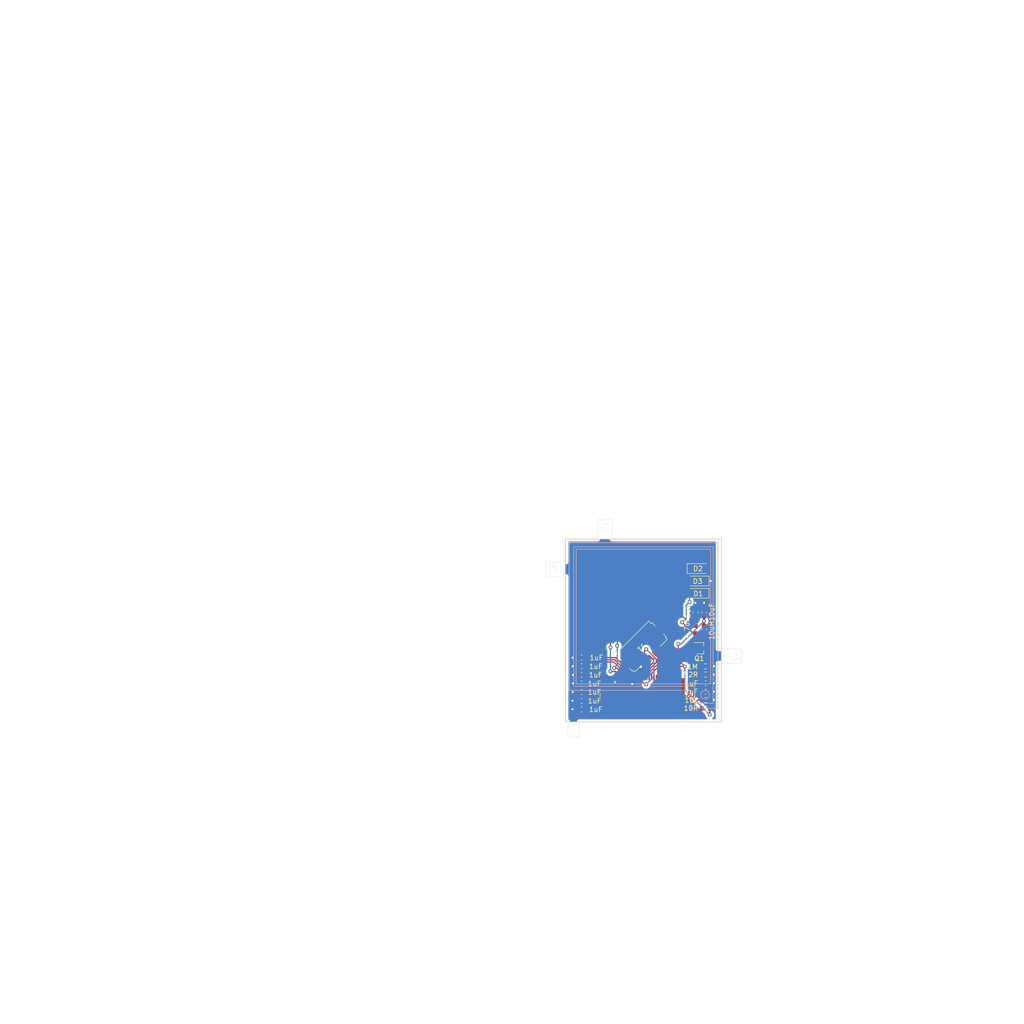
<source format=kicad_pcb>
(kicad_pcb (version 20210925) (generator pcbnew)
  (layers (0 "F.Cu" signal) (31 "B.Cu" signal) (34 "B.Paste" user) (35 "F.Paste" user) (36 "B.SilkS" user "B.Silkscreen") (37 "F.SilkS" user "F.Silkscreen") (38 "B.Mask" user) (39 "F.Mask" user) (44 "Edge.Cuts" user))
  (net 0 "")
  (net 1 "+3V3")
  (net 2 "GND")
  (net 3 "Net-(C3-Pad1)")
  (net 4 "Net-(C3-Pad2)")
  (net 5 "Net-(C4-Pad1)")
  (net 6 "Net-(C5-Pad1)")
  (net 7 "Net-(C7-Pad1)")
  (net 8 "Net-(C8-Pad2)")
  (net 9 "Net-(C9-Pad1)")
  (net 10 "Net-(C10-Pad1)")
  (net 11 "Net-(C11-Pad2)")
  (net 12 "Net-(C12-Pad2)")
  (net 14 "/BUSY")
  (net 15 "/RESET")
  (net 16 "/D{slash}C")
  (net 17 "/CS")
  (net 18 "/SCLK")
  (net 19 "/MOSI")
  (net 21 "/RESE")
  (net 22 "Net-(C6-Pad2)")
  (net 23 "Net-(J2-Pad10)")
  (net 24 "Net-(J2-Pad17)")
  (net 25 "Net-(J2-Pad23)")
  (footprint "Capacitor_SMD:C_0603_1608Metric" (layer "F.Cu") (at 101.048796 91.434736 90)
    (fp_text reference "C1" hide)
    (fp_text value "1uF" (at 0.233002 -1.554 90) (layer "F.SilkS"))
    (fp_line (start -0.14058 0.51) (end 0.14058 0.51) (layer "F.SilkS") (width 0.12))
    (fp_line (start -0.14058 -0.51) (end 0.14058 -0.51) (layer "F.SilkS") (width 0.12))
    (pad "1" smd roundrect locked (at -0.775 0 90) (size 0.9 0.95) (layers "F.Cu" "F.Paste" "F.Mask") (net 1 "+3V3"))
    (pad "2" smd roundrect locked (at 0.775 0 90) (size 0.9 0.95) (layers "F.Cu" "F.Paste" "F.Mask") (net 2 "GND"))
  )
  (footprint "Resistor_SMD:R_0603_1608Metric" (layer "F.Cu") (at 103.174047 109.401734 180)
    (fp_text reference "R3" hide)
    (fp_text value "10k" (at 2.968 -0.05) (layer "F.SilkS"))
    (fp_line (start -0.237258 0.5225) (end 0.237258 0.5225) (layer "F.SilkS") (width 0.12))
    (fp_line (start -0.237258 -0.5225) (end 0.237258 -0.5225) (layer "F.SilkS") (width 0.12))
    (pad "1" smd roundrect locked (at -0.825 0 180) (size 0.8 0.95) (layers "F.Cu" "F.Paste" "F.Mask") (net 2 "GND"))
    (pad "2" smd roundrect locked (at 0.825 0 180) (size 0.8 0.95) (layers "F.Cu" "F.Paste" "F.Mask") (net 24 "Net-(J2-Pad17)"))
  )
  (footprint "Capacitor_SMD:C_0603_1608Metric" (layer "F.Cu") (at 103.174047 105.951733 180)
    (fp_text reference "C8" hide)
    (fp_text value "1uF" (at 2.943 -0.019) (layer "F.SilkS"))
    (fp_line (start -0.14058 -0.51) (end 0.14058 -0.51) (layer "F.SilkS") (width 0.12))
    (fp_line (start -0.14058 0.51) (end 0.14058 0.51) (layer "F.SilkS") (width 0.12))
    (pad "1" smd roundrect locked (at -0.775 0 180) (size 0.9 0.95) (layers "F.Cu" "F.Paste" "F.Mask") (net 2 "GND"))
    (pad "2" smd roundrect locked (at 0.775 0 180) (size 0.9 0.95) (layers "F.Cu" "F.Paste" "F.Mask") (net 8 "Net-(C8-Pad2)"))
  )
  (footprint "Diode_SMD:D_SOD-123" (layer "F.Cu") (at 101.604048 84.961735 180)
    (fp_text reference "D1" (at -0.025 -2.61) (layer "F.SilkS"))
    (fp_text value "MBR0530")
    (fp_line (start -2.25 -1) (end -2.25 1) (layer "F.SilkS") (width 0.12))
    (fp_line (start -2.25 1) (end 1.65 1) (layer "F.SilkS") (width 0.12))
    (fp_line (start -2.25 -1) (end 1.65 -1) (layer "F.SilkS") (width 0.12))
    (pad "1" smd rect locked (at -1.65 0 180) (size 0.9 1.2) (layers "F.Cu" "F.Paste" "F.Mask") (net 2 "GND"))
    (pad "2" smd rect locked (at 1.65 0 180) (size 0.9 1.2) (layers "F.Cu" "F.Paste" "F.Mask") (net 3 "Net-(C3-Pad1)"))
  )
  (footprint "Capacitor_SMD:C_0603_1608Metric" (layer "F.Cu") (at 77.714047 111.331733 180)
    (fp_text reference "C5" hide)
    (fp_text value "1uF" (at -2.89 0) (layer "F.SilkS"))
    (fp_line (start -0.14058 -0.51) (end 0.14058 -0.51) (layer "F.SilkS") (width 0.12))
    (fp_line (start -0.14058 0.51) (end 0.14058 0.51) (layer "F.SilkS") (width 0.12))
    (pad "1" smd roundrect locked (at -0.775 0 180) (size 0.9 0.95) (layers "F.Cu" "F.Paste" "F.Mask") (net 6 "Net-(C5-Pad1)"))
    (pad "2" smd roundrect locked (at 0.775 0 180) (size 0.9 0.95) (layers "F.Cu" "F.Paste" "F.Mask") (net 2 "GND"))
  )
  (footprint "Capacitor_SMD:C_0603_1608Metric" (layer "F.Cu") (at 77.714046 109.55673 180)
    (fp_text reference "C7" hide)
    (fp_text value "1uF" (at -2.65 -0.025003) (layer "F.SilkS"))
    (fp_line (start -0.14058 0.51) (end 0.14058 0.51) (layer "F.SilkS") (width 0.12))
    (fp_line (start -0.14058 -0.51) (end 0.14058 -0.51) (layer "F.SilkS") (width 0.12))
    (pad "1" smd roundrect locked (at -0.775 0 180) (size 0.9 0.95) (layers "F.Cu" "F.Paste" "F.Mask") (net 7 "Net-(C7-Pad1)"))
    (pad "2" smd roundrect locked (at 0.775 0 180) (size 0.9 0.95) (layers "F.Cu" "F.Paste" "F.Mask") (net 2 "GND"))
  )
  (footprint "Capacitor_SMD:C_0603_1608Metric" (layer "F.Cu") (at 102.826797 91.434735 90)
    (fp_text reference "C2" hide)
    (fp_text value "10uF" (at 0.083001 1.59725 90) (layer "F.SilkS"))
    (fp_line (start -0.14058 -0.51) (end 0.14058 -0.51) (layer "F.SilkS") (width 0.12))
    (fp_line (start -0.14058 0.51) (end 0.14058 0.51) (layer "F.SilkS") (width 0.12))
    (pad "1" smd roundrect locked (at -0.775 0 90) (size 0.9 0.95) (layers "F.Cu" "F.Paste" "F.Mask") (net 1 "+3V3"))
    (pad "2" smd roundrect locked (at 0.775 0 90) (size 0.9 0.95) (layers "F.Cu" "F.Paste" "F.Mask") (net 2 "GND"))
  )
  (footprint "weteor:FCC 1x10 - JUSHUO AFC01-S10FCA-00" (layer "F.Cu") (at 92.07449 100.445682 -135)
    (fp_text reference "J1" (at 0.27 2.75 -135 unlocked) (layer "F.SilkS"))
    (fp_text value "Conn_01x10_Female" hide)
    (fp_line (start -2.75 0.2) (end -4.7 0.2) (layer "F.SilkS") (width 0.12))
    (fp_line (start 4.7 0.2) (end 2.75 0.2) (layer "F.SilkS") (width 0.12))
    (fp_line (start -4.7 0.2) (end -4.7 0.65) (layer "F.SilkS") (width 0.12))
    (fp_line (start -4.7 4.85) (end -4.95 4.85) (layer "F.SilkS") (width 0.12))
    (fp_line (start 4.95 4.85) (end 4.95 3.85) (layer "F.SilkS") (width 0.12))
    (fp_line (start 4.95 1.5) (end 4.95 0.65) (layer "F.SilkS") (width 0.12))
    (fp_line (start 4.7 0.65) (end 4.7 0.2) (layer "F.SilkS") (width 0.12))
    (fp_line (start 4.7 4.85) (end 4.7 5.55) (layer "F.SilkS") (width 0.12))
    (fp_line (start -4.95 3.85) (end -4.95 4.85) (layer "F.SilkS") (width 0.12))
    (fp_line (start -4.7 0.65) (end -4.95 0.65) (layer "F.SilkS") (width 0.12))
    (fp_line (start 4.95 0.65) (end 4.7 0.65) (layer "F.SilkS") (width 0.12))
    (fp_line (start -4.7 5.55) (end 4.7 5.55) (layer "F.SilkS") (width 0.12))
    (fp_line (start -4.95 0.65) (end -4.95 1.5) (layer "F.SilkS") (width 0.12))
    (fp_line (start -4.7 4.85) (end -4.7 5.55) (layer "F.SilkS") (width 0.12))
    (fp_line (start 4.95 4.85) (end 4.7 4.85) (layer "F.SilkS") (width 0.12))
    (pad "1" smd rect (at -2.25 0 225) (size 0.3 1.3) (layers "F.Cu" "F.Paste" "F.Mask") (net 1 "+3V3"))
    (pad "2" smd rect (at -1.75 0 225) (size 0.3 1.3) (layers "F.Cu" "F.Paste" "F.Mask"))
    (pad "3" smd rect (at -1.25 0 225) (size 0.3 1.3) (layers "F.Cu" "F.Paste" "F.Mask") (net 14 "/BUSY"))
    (pad "4" smd rect (at -0.75 -0.015847 225) (size 0.3 1.3) (layers "F.Cu" "F.Paste" "F.Mask") (net 15 "/RESET"))
    (pad "5" smd rect (at -0.25 0 225) (size 0.3 1.3) (layers "F.Cu" "F.Paste" "F.Mask") (net 16 "/D{slash}C"))
    (pad "6" smd rect (at 0.25 0 225) (size 0.3 1.3) (layers "F.Cu" "F.Paste" "F.Mask") (net 17 "/CS"))
    (pad "7" smd rect (at 0.75 0 225) (size 0.3 1.3) (layers "F.Cu" "F.Paste" "F.Mask") (net 18 "/SCLK"))
    (pad "8" smd rect (at 1.25 0 225) (size 0.3 1.3) (layers "F.Cu" "F.Paste" "F.Mask") (net 19 "/MOSI"))
    (pad "9" smd rect (at 1.75 0 225) (size 0.3 1.3) (layers "F.Cu" "F.Paste" "F.Mask"))
    (pad "10" smd rect (at 2.25 0 225) (size 0.3 1.3) (layers "F.Cu" "F.Paste" "F.Mask") (net 2 "GND"))
    (pad "MP" smd rect (at 3.95 2.68 225) (size 2 1.6) (layers "F.Cu" "F.Paste" "F.Mask"))
    (pad "MP" smd rect (at -3.95 2.68 225) (size 2 1.6) (layers "F.Cu" "F.Paste" "F.Mask"))
  )
  (footprint "Connector_FFC-FPC:TE_2-1734839-4_1x24-1MP_P0.5mm_Horizontal" (layer "F.Cu") (at 90.314047 106.126734)
    (fp_text reference "J2" hide)
    (fp_text value "Conn_01x24_Female" hide)
    (fp_line (start 8.825 2.04) (end 8.825 2.64) (layer "F.SilkS") (width 0.12))
    (fp_line (start -8.825 2.04) (end -8.825 2.64) (layer "F.SilkS") (width 0.12))
    (fp_line (start -8.715 2.04) (end -8.825 2.04) (layer "F.SilkS") (width 0.12))
    (fp_line (start -5.75 -0.15) (end -5.55 -0.55) (layer "F.SilkS") (width 0.12))
    (fp_line (start -5.95 -0.55) (end -5.75 -0.15) (layer "F.SilkS") (width 0.12))
    (fp_line (start 8.715 2.04) (end 8.825 2.04) (layer "F.SilkS") (width 0.12))
    (fp_line (start -5.55 -0.55) (end -5.95 -0.55) (layer "F.SilkS") (width 0.12))
    (pad "1" smd rect locked (at -5.75 -1.35) (size 0.3 1.1) (layers "F.Cu" "F.Paste" "F.Mask") (net 10 "Net-(C10-Pad1)"))
    (pad "2" smd rect locked (at -5.25 -1.35) (size 0.3 1.1) (layers "F.Cu" "F.Paste" "F.Mask") (net 9 "Net-(C9-Pad1)"))
    (pad "3" smd rect locked (at -4.75 -1.35) (size 0.3 1.1) (layers "F.Cu" "F.Paste" "F.Mask") (net 7 "Net-(C7-Pad1)"))
    (pad "4" smd rect locked (at -4.25 -1.35) (size 0.3 1.1) (layers "F.Cu" "F.Paste" "F.Mask") (net 6 "Net-(C5-Pad1)"))
    (pad "5" smd rect locked (at -3.75 -1.35) (size 0.3 1.1) (layers "F.Cu" "F.Paste" "F.Mask") (net 5 "Net-(C4-Pad1)"))
    (pad "6" smd rect locked (at -3.25 -1.35) (size 0.3 1.1) (layers "F.Cu" "F.Paste" "F.Mask") (net 12 "Net-(C12-Pad2)"))
    (pad "7" smd rect locked (at -2.75 -1.35) (size 0.3 1.1) (layers "F.Cu" "F.Paste" "F.Mask") (net 11 "Net-(C11-Pad2)"))
    (pad "8" smd rect locked (at -2.25 -1.35) (size 0.3 1.1) (layers "F.Cu" "F.Paste" "F.Mask") (net 2 "GND"))
    (pad "9" smd rect locked (at -1.75 -1.35) (size 0.3 1.1) (layers "F.Cu" "F.Paste" "F.Mask") (net 23 "Net-(J2-Pad10)"))
    (pad "10" smd rect locked (at -1.25 -1.35) (size 0.3 1.1) (layers "F.Cu" "F.Paste" "F.Mask") (net 23 "Net-(J2-Pad10)"))
    (pad "11" smd rect locked (at -0.75 -1.35) (size 0.3 1.1) (layers "F.Cu" "F.Paste" "F.Mask") (net 19 "/MOSI"))
    (pad "12" smd rect locked (at -0.25 -1.35) (size 0.3 1.1) (layers "F.Cu" "F.Paste" "F.Mask") (net 18 "/SCLK"))
    (pad "13" smd rect locked (at 0.25 -1.35) (size 0.3 1.1) (layers "F.Cu" "F.Paste" "F.Mask") (net 17 "/CS"))
    (pad "14" smd rect locked (at 0.75 -1.35) (size 0.3 1.1) (layers "F.Cu" "F.Paste" "F.Mask") (net 16 "/D{slash}C"))
    (pad "15" smd rect locked (at 1.25 -1.35) (size 0.3 1.1) (layers "F.Cu" "F.Paste" "F.Mask") (net 15 "/RESET"))
    (pad "16" smd rect locked (at 1.75 -1.35) (size 0.3 1.1) (layers "F.Cu" "F.Paste" "F.Mask") (net 14 "/BUSY"))
    (pad "17" smd rect locked (at 2.25 -1.35) (size 0.3 1.1) (layers "F.Cu" "F.Paste" "F.Mask") (net 24 "Net-(J2-Pad17)"))
    (pad "18" smd rect locked (at 2.75 -1.35) (size 0.3 1.1) (layers "F.Cu" "F.Paste" "F.Mask"))
    (pad "19" smd rect locked (at 3.25 -1.35) (size 0.3 1.1) (layers "F.Cu" "F.Paste" "F.Mask"))
    (pad "20" smd rect locked (at 3.75 -1.35) (size 0.3 1.1) (layers "F.Cu" "F.Paste" "F.Mask") (net 22 "Net-(C6-Pad2)"))
    (pad "21" smd rect locked (at 4.25 -1.35) (size 0.3 1.1) (layers "F.Cu" "F.Paste" "F.Mask") (net 8 "Net-(C8-Pad2)"))
    (pad "22" smd rect locked (at 4.75 -1.35) (size 0.3 1.1) (layers "F.Cu" "F.Paste" "F.Mask") (net 21 "/RESE"))
    (pad "23" smd rect locked (at 5.25 -1.35) (size 0.3 1.1) (layers "F.Cu" "F.Paste" "F.Mask") (net 25 "Net-(J2-Pad23)"))
    (pad "24" smd rect locked (at 5.75 -1.35) (size 0.3 1.1) (layers "F.Cu" "F.Paste" "F.Mask"))
    (pad "MP" smd rect locked (at 7.42 0.35) (size 2.3 3.1) (layers "F.Cu" "F.Paste" "F.Mask"))
    (pad "MP" smd rect locked (at -7.42 0.35) (size 2.3 3.1) (layers "F.Cu" "F.Paste" "F.Mask"))
  )
  (footprint "Inductor_SMD:L_0603_1608Metric" (layer "F.Cu") (at 102.826797 94.927735 -90)
    (fp_text reference "L1" hide)
    (fp_text value "10uH" (at 0.203999 -1.57725 90) (layer "F.SilkS"))
    (fp_line (start -0.162779 -0.51) (end 0.162779 -0.51) (layer "F.SilkS") (width 0.12))
    (fp_line (start -0.162779 0.51) (end 0.162779 0.51) (layer "F.SilkS") (width 0.12))
    (pad "1" smd roundrect locked (at -0.7875 0 270) (size 0.875 0.95) (layers "F.Cu" "F.Paste" "F.Mask") (net 1 "+3V3"))
    (pad "2" smd roundrect locked (at 0.7875 0 270) (size 0.875 0.95) (layers "F.Cu" "F.Paste" "F.Mask") (net 4 "Net-(C3-Pad2)"))
  )
  (footprint "Capacitor_SMD:C_0603_1608Metric" (layer "F.Cu") (at 77.714046 102.456726)
    (fp_text reference "C12" hide)
    (fp_text value "1uF" (at 2.89 0.045007) (layer "F.SilkS"))
    (fp_line (start -0.14058 0.51) (end 0.14058 0.51) (layer "F.SilkS") (width 0.12))
    (fp_line (start -0.14058 -0.51) (end 0.14058 -0.51) (layer "F.SilkS") (width 0.12))
    (pad "1" smd roundrect locked (at -0.775 0) (size 0.9 0.95) (layers "F.Cu" "F.Paste" "F.Mask") (net 2 "GND"))
    (pad "2" smd roundrect locked (at 0.775 0) (size 0.9 0.95) (layers "F.Cu" "F.Paste" "F.Mask") (net 12 "Net-(C12-Pad2)"))
  )
  (footprint "Resistor_SMD:R_0603_1608Metric" (layer "F.Cu") (at 103.124047 102.481733 180)
    (fp_text reference "R2" hide)
    (fp_text value "1M" (at 2.64 -0.08) (layer "F.SilkS"))
    (fp_line (start -0.237258 0.5225) (end 0.237258 0.5225) (layer "F.SilkS") (width 0.12))
    (fp_line (start -0.237258 -0.5225) (end 0.237258 -0.5225) (layer "F.SilkS") (width 0.12))
    (pad "1" smd roundrect locked (at -0.825 0 180) (size 0.8 0.95) (layers "F.Cu" "F.Paste" "F.Mask") (net 2 "GND"))
    (pad "2" smd roundrect locked (at 0.825 0 180) (size 0.8 0.95) (layers "F.Cu" "F.Paste" "F.Mask") (net 25 "Net-(J2-Pad23)"))
  )
  (footprint "Capacitor_SMD:C_0603_1608Metric" (layer "F.Cu") (at 77.714047 107.781729 180)
    (fp_text reference "C9" hide)
    (fp_text value "1uF" (at -2.64 -0.000004) (layer "F.SilkS"))
    (fp_line (start -0.14058 0.51) (end 0.14058 0.51) (layer "F.SilkS") (width 0.12))
    (fp_line (start -0.14058 -0.51) (end 0.14058 -0.51) (layer "F.SilkS") (width 0.12))
    (pad "1" smd roundrect locked (at -0.775 0 180) (size 0.9 0.95) (layers "F.Cu" "F.Paste" "F.Mask") (net 9 "Net-(C9-Pad1)"))
    (pad "2" smd roundrect locked (at 0.775 0 180) (size 0.9 0.95) (layers "F.Cu" "F.Paste" "F.Mask") (net 2 "GND"))
  )
  (footprint "Capacitor_SMD:C_0603_1608Metric" (layer "F.Cu") (at 77.714047 106.006728 180)
    (fp_text reference "C10" hide)
    (fp_text value "1uF" (at -2.64 -0.025005) (layer "F.SilkS"))
    (fp_line (start -0.14058 0.51) (end 0.14058 0.51) (layer "F.SilkS") (width 0.12))
    (fp_line (start -0.14058 -0.51) (end 0.14058 -0.51) (layer "F.SilkS") (width 0.12))
    (pad "1" smd roundrect locked (at -0.775 0 180) (size 0.9 0.95) (layers "F.Cu" "F.Paste" "F.Mask") (net 10 "Net-(C10-Pad1)"))
    (pad "2" smd roundrect locked (at 0.775 0 180) (size 0.9 0.95) (layers "F.Cu" "F.Paste" "F.Mask") (net 2 "GND"))
  )
  (footprint "Resistor_SMD:R_0603_1608Metric" (layer "F.Cu") (at 103.154047 104.161733)
    (fp_text reference "R1" hide)
    (fp_text value "2.2R" (at -3.27 0.02) (layer "F.SilkS"))
    (fp_line (start -0.237258 -0.5225) (end 0.237258 -0.5225) (layer "F.SilkS") (width 0.12))
    (fp_line (start -0.237258 0.5225) (end 0.237258 0.5225) (layer "F.SilkS") (width 0.12))
    (pad "1" smd roundrect locked (at -0.825 0) (size 0.8 0.95) (layers "F.Cu" "F.Paste" "F.Mask") (net 21 "/RESE"))
    (pad "2" smd roundrect locked (at 0.825 0) (size 0.8 0.95) (layers "F.Cu" "F.Paste" "F.Mask") (net 2 "GND"))
  )
  (footprint "Capacitor_SMD:C_0603_1608Metric" (layer "F.Cu") (at 77.714047 104.231728 180)
    (fp_text reference "C4" hide)
    (fp_text value "1uF" (at -2.86 -0.000006) (layer "F.SilkS"))
    (fp_line (start -0.14058 -0.51) (end 0.14058 -0.51) (layer "F.SilkS") (width 0.12))
    (fp_line (start -0.14058 0.51) (end 0.14058 0.51) (layer "F.SilkS") (width 0.12))
    (pad "1" smd roundrect locked (at -0.775 0 180) (size 0.9 0.95) (layers "F.Cu" "F.Paste" "F.Mask") (net 5 "Net-(C4-Pad1)"))
    (pad "2" smd roundrect locked (at 0.775 0 180) (size 0.9 0.95) (layers "F.Cu" "F.Paste" "F.Mask") (net 2 "GND"))
  )
  (footprint "Capacitor_SMD:C_0603_1608Metric" (layer "F.Cu") (at 103.174047 107.701733 180)
    (fp_text reference "C6" hide)
    (fp_text value "1uF" (at 2.968 0.028) (layer "F.SilkS"))
    (fp_line (start -0.14058 -0.51) (end 0.14058 -0.51) (layer "F.SilkS") (width 0.12))
    (fp_line (start -0.14058 0.51) (end 0.14058 0.51) (layer "F.SilkS") (width 0.12))
    (pad "1" smd roundrect locked (at -0.775 0 180) (size 0.9 0.95) (layers "F.Cu" "F.Paste" "F.Mask") (net 2 "GND"))
    (pad "2" smd roundrect locked (at 0.775 0 180) (size 0.9 0.95) (layers "F.Cu" "F.Paste" "F.Mask") (net 22 "Net-(C6-Pad2)"))
  )
  (footprint "Diode_SMD:D_SOD-123" (layer "F.Cu") (at 101.604046 82.421733)
    (fp_text reference "D2" (at -0.025 0.025) (layer "F.SilkS"))
    (fp_text value "MBR0530")
    (fp_line (start -2.25 1) (end 1.65 1) (layer "F.SilkS") (width 0.12))
    (fp_line (start -2.25 -1) (end -2.25 1) (layer "F.SilkS") (width 0.12))
    (fp_line (start -2.25 -1) (end 1.65 -1) (layer "F.SilkS") (width 0.12))
    (pad "1" smd rect locked (at -1.65 0) (size 0.9 1.2) (layers "F.Cu" "F.Paste" "F.Mask") (net 3 "Net-(C3-Pad1)"))
    (pad "2" smd rect locked (at 1.65 0) (size 0.9 1.2) (layers "F.Cu" "F.Paste" "F.Mask") (net 9 "Net-(C9-Pad1)"))
  )
  (footprint "Diode_SMD:D_SOD-123" (layer "F.Cu") (at 101.604046 87.501733 180)
    (fp_text reference "D3" (at 0.09 2.47) (layer "F.SilkS"))
    (fp_text value "MBR0530")
    (fp_line (start -2.25 1) (end 1.65 1) (layer "F.SilkS") (width 0.12))
    (fp_line (start -2.25 -1) (end -2.25 1) (layer "F.SilkS") (width 0.12))
    (fp_line (start -2.25 -1) (end 1.65 -1) (layer "F.SilkS") (width 0.12))
    (pad "1" smd rect locked (at -1.65 0 180) (size 0.9 1.2) (layers "F.Cu" "F.Paste" "F.Mask") (net 6 "Net-(C5-Pad1)"))
    (pad "2" smd rect locked (at 1.65 0 180) (size 0.9 1.2) (layers "F.Cu" "F.Paste" "F.Mask") (net 4 "Net-(C3-Pad2)"))
  )
  (footprint "Resistor_SMD:R_0603_1608Metric" (layer "F.Cu") (at 103.174047 111.131733)
    (fp_text reference "R4" hide)
    (fp_text value "10R" (at -3.04 -0.06) (layer "F.SilkS"))
    (fp_line (start -0.237258 0.5225) (end 0.237258 0.5225) (layer "F.SilkS") (width 0.12))
    (fp_line (start -0.237258 -0.5225) (end 0.237258 -0.5225) (layer "F.SilkS") (width 0.12))
    (pad "1" smd roundrect locked (at -0.825 0) (size 0.8 0.95) (layers "F.Cu" "F.Paste" "F.Mask") (net 23 "Net-(J2-Pad10)"))
    (pad "2" smd roundrect locked (at 0.825 0) (size 0.8 0.95) (layers "F.Cu" "F.Paste" "F.Mask") (net 1 "+3V3"))
  )
  (footprint "Capacitor_SMD:C_0603_1608Metric" (layer "F.Cu") (at 101.048796 94.927736 -90)
    (fp_text reference "C3" hide)
    (fp_text value "4.7uF" (at -0.286002 1.704749 90) (layer "F.SilkS"))
    (fp_line (start -0.14058 0.51) (end 0.14058 0.51) (layer "F.SilkS") (width 0.12))
    (fp_line (start -0.14058 -0.51) (end 0.14058 -0.51) (layer "F.SilkS") (width 0.12))
    (pad "1" smd roundrect locked (at -0.775 0 270) (size 0.9 0.95) (layers "F.Cu" "F.Paste" "F.Mask") (net 3 "Net-(C3-Pad1)"))
    (pad "2" smd roundrect locked (at 0.775 0 270) (size 0.9 0.95) (layers "F.Cu" "F.Paste" "F.Mask") (net 4 "Net-(C3-Pad2)"))
  )
  (footprint "Capacitor_SMD:C_0603_1608Metric" (layer "F.Cu") (at 77.714047 100.681725)
    (fp_text reference "C11" hide)
    (fp_text value "1uF" (at 3.018 0.024) (layer "F.SilkS"))
    (fp_line (start -0.14058 0.51) (end 0.14058 0.51) (layer "F.SilkS") (width 0.12))
    (fp_line (start -0.14058 -0.51) (end 0.14058 -0.51) (layer "F.SilkS") (width 0.12))
    (pad "1" smd roundrect locked (at -0.775 0) (size 0.9 0.95) (layers "F.Cu" "F.Paste" "F.Mask") (net 2 "GND"))
    (pad "2" smd roundrect locked (at 0.775 0) (size 0.9 0.95) (layers "F.Cu" "F.Paste" "F.Mask") (net 11 "Net-(C11-Pad2)"))
  )
  (footprint "Package_TO_SOT_SMD:SOT-323_SC-70" (layer "F.Cu") (at 102.034047 98.771733)
    (fp_text reference "Q1" (at -0.188 2.079) (layer "F.SilkS"))
    (fp_text value "SI1308")
    (fp_line (start 0.73 0.5) (end 0.73 1.16) (layer "F.SilkS") (width 0.12))
    (fp_line (start -0.68 1.16) (end 0.73 1.16) (layer "F.SilkS") (width 0.12))
    (fp_line (start 0.73 -1.16) (end -1.3 -1.16) (layer "F.SilkS") (width 0.12))
    (fp_line (start 0.73 -1.16) (end 0.73 -0.5) (layer "F.SilkS") (width 0.12))
    (pad "1" smd rect locked (at -1 -0.65 270) (size 0.45 0.7) (layers "F.Cu" "F.Paste" "F.Mask") (net 21 "/RESE"))
    (pad "2" smd rect locked (at -1 0.65 270) (size 0.45 0.7) (layers "F.Cu" "F.Paste" "F.Mask") (net 25 "Net-(J2-Pad23)"))
    (pad "3" smd rect locked (at 1 0 270) (size 0.45 0.7) (layers "F.Cu" "F.Paste" "F.Mask") (net 4 "Net-(C3-Pad2)"))
  )
  (footprint "Weteor:1.54 epaper display" (layer "B.Cu") (at 90.385971 95.111054 180)
    (fp_text reference "REF**" hide)
    (fp_text value "1.54 epaper display" hide)
    (fp_line (start -14.3 -14.96) (end -10.5 -14.96) (layer "B.SilkS") (width 0.12))
    (fp_line (start -15.25 18) (end -15.25 -16) (layer "B.SilkS") (width 0.12))
    (fp_line (start 13.8 -10.95) (end 13.8 16.65) (layer "B.SilkS") (width 0.12))
    (fp_line (start -14.3 17.15) (end -14.3 -14.96) (layer "B.SilkS") (width 0.12))
    (fp_line (start -9.75 -12.3) (end -9.75 -16) (layer "B.SilkS") (width 0.12))
    (fp_line (start -10.5 -11.46) (end -10.5 -14.96) (layer "B.SilkS") (width 0.12))
    (fp_line (start 14.3 17.15) (end -14.3 17.15) (layer "B.SilkS") (width 0.12))
    (fp_line (start -16 -18.75) (end -16 18.75) (layer "B.SilkS") (width 0.12))
    (fp_line (start -13.8 16.65) (end -13.8 -10.95) (layer "B.SilkS") (width 0.12))
    (fp_line (start 14.3 -11.46) (end 14.3 17.15) (layer "B.SilkS") (width 0.12))
    (fp_line (start -13.8 -10.95) (end 13.8 -10.95) (layer "B.SilkS") (width 0.12))
    (fp_line (start 13.8 16.65) (end -13.8 16.65) (layer "B.SilkS") (width 0.12))
    (fp_line (start -15.25 -16) (end -9.75 -16) (layer "B.SilkS") (width 0.12))
    (fp_line (start -16 -18.75) (end 16 -18.75) (layer "B.SilkS") (width 0.12))
    (fp_line (start -9.75 -12.3) (end 15.25 -12.3) (layer "B.SilkS") (width 0.12))
    (fp_line (start 15.25 18) (end -15.25 18) (layer "B.SilkS") (width 0.12))
    (fp_line (start 15.25 -12.3) (end 15.25 18) (layer "B.SilkS") (width 0.12))
    (fp_line (start -10.5 -11.46) (end 14.3 -11.46) (layer "B.SilkS") (width 0.12))
    (fp_line (start 16 18.75) (end -16 18.75) (layer "B.SilkS") (width 0.12))
    (fp_line (start 16 18.75) (end 16 -18.75) (layer "B.SilkS") (width 0.12))
    (fp_circle (center -12.65 -13.21) (end -11.75 -13.21) (layer "B.SilkS") (width 0.12) (fill none))
  )
  (gr_line (start 105.73597 76.361053) (end 105.735972 98.861054) (layer "Edge.Cuts") (width 0.05))
  (gr_line (start 105.73597 101.861053) (end 105.735972 113.861056) (layer "Edge.Cuts") (width 0.05))
  (gr_circle (center 109.040971 100.446053) (end 109.740972 100.446054) (layer "Edge.Cuts") (width 0.05) (fill none))
  (gr_line (start 74.485972 84.061054) (end 70.385971 84.061055) (layer "Edge.Cuts") (width 0.05))
  (gr_line (start 105.735972 98.861054) (end 110.485971 98.861054) (layer "Edge.Cuts") (width 0.05))
  (gr_line (start 77.235971 113.861054) (end 77.235971 116.961054) (layer "Edge.Cuts") (width 0.05))
  (gr_line (start 110.485971 98.861054) (end 110.485971 101.861054) (layer "Edge.Cuts") (width 0.05))
  (gr_line (start 74.485972 76.361055) (end 80.985971 76.361054) (layer "Edge.Cuts") (width 0.05))
  (gr_line (start 70.385971 81.061054) (end 74.48597 81.061053) (layer "Edge.Cuts") (width 0.05))
  (gr_line (start 110.485971 101.861054) (end 105.73597 101.861053) (layer "Edge.Cuts") (width 0.05))
  (gr_line (start 74.485972 113.861056) (end 74.835971 113.861056) (layer "Edge.Cuts") (width 0.05))
  (gr_circle (center 71.740972 82.621054) (end 72.440971 82.621054) (layer "Edge.Cuts") (width 0.05) (fill none))
  (gr_line (start 105.73597 76.361053) (end 83.985972 76.361054) (layer "Edge.Cuts") (width 0.05))
  (gr_line (start 74.48597 81.061053) (end 74.485972 76.361055) (layer "Edge.Cuts") (width 0.05))
  (gr_line (start 74.485972 113.861056) (end 74.485972 84.061054) (layer "Edge.Cuts") (width 0.05))
  (gr_line (start 77.235971 116.961054) (end 74.835971 116.961053) (layer "Edge.Cuts") (width 0.05))
  (gr_line (start 83.985972 72.361054) (end 83.985972 76.361054) (layer "Edge.Cuts") (width 0.05))
  (gr_line (start 74.835971 113.861056) (end 74.835971 116.961053) (layer "Edge.Cuts") (width 0.05))
  (gr_line (start 80.985971 72.361054) (end 83.985972 72.361054) (layer "Edge.Cuts") (width 0.05))
  (gr_line (start 70.385971 84.061055) (end 70.385971 81.061054) (layer "Edge.Cuts") (width 0.05))
  (gr_line (start 77.235971 113.861054) (end 105.735972 113.861056) (layer "Edge.Cuts") (width 0.05))
  (gr_circle (center 82.490971 73.896056) (end 83.190972 73.896054) (layer "Edge.Cuts") (width 0.05) (fill none))
  (gr_line (start 80.985971 76.361054) (end 80.985971 72.361054) (layer "Edge.Cuts") (width 0.05))
  (segment (start 98.864047 102.501734) (end 97.554046 101.191733) (width 0.25) (layer "F.Cu") (net 1))
  (segment (start 102.826797 92.209737) (end 102.826797 93.188983) (width 0.4) (layer "F.Cu") (net 1))
  (segment (start 97.312522 102.501734) (end 98.864047 102.501734) (width 0.25) (layer "F.Cu") (net 1))
  (segment (start 93.66548 98.854692) (end 97.312522 102.501734) (width 0.25) (layer "F.Cu") (net 1))
  (segment (start 101.048796 92.209736) (end 102.826797 92.209737) (width 0.4) (layer "F.Cu") (net 1))
  (segment (start 102.826797 93.188983) (end 102.826797 94.140236) (width 0.4) (layer "F.Cu") (net 1))
  (segment (start 103.999047 112.396733) (end 103.994047 112.401733) (width 0.25) (layer "F.Cu") (net 1))
  (segment (start 97.554046 101.191733) (end 97.554046 97.891733) (width 0.25) (layer "F.Cu") (net 1))
  (segment (start 103.999047 111.131733) (end 103.999047 112.396733) (width 0.25) (layer "F.Cu") (net 1))
  (via (at 102.826797 93.188983) (size 0.8) (drill 0.4) (layers "F.Cu" "B.Cu") (net 1))
  (via (at 97.554046 97.891733) (size 0.8) (drill 0.4) (layers "F.Cu" "B.Cu") (net 1))
  (via (at 98.864047 102.501734) (size 0.8) (drill 0.4) (layers "F.Cu" "B.Cu") (net 1))
  (via (at 103.994047 112.401733) (size 0.8) (drill 0.4) (layers "F.Cu" "B.Cu") (net 1))
  (segment (start 103.994047 112.401733) (end 98.864047 107.271733) (width 0.25) (layer "B.Cu") (net 1))
  (segment (start 98.124047 97.891733) (end 102.826797 93.188983) (width 0.25) (layer "B.Cu") (net 1))
  (segment (start 98.864047 107.271733) (end 98.864047 102.501734) (width 0.25) (layer "B.Cu") (net 1))
  (segment (start 97.554046 97.891733) (end 98.124047 97.891733) (width 0.25) (layer "B.Cu") (net 1))
  (segment (start 104.844046 105.951733) (end 104.854046 105.941733) (width 0.25) (layer "F.Cu") (net 2))
  (segment (start 101.048796 90.659735) (end 101.048796 89.456985) (width 0.25) (layer "F.Cu") (net 2))
  (segment (start 76.939047 111.331733) (end 75.904047 111.331734) (width 0.25) (layer "F.Cu") (net 2))
  (segment (start 75.894053 104.231727) (end 75.894046 104.231733) (width 0.25) (layer "F.Cu") (net 2))
  (segment (start 103.999047 109.401734) (end 104.794047 109.401734) (width 0.25) (layer "F.Cu") (net 2))
  (segment (start 102.826797 90.659734) (end 102.826797 89.448984) (width 0.25) (layer "F.Cu") (net 2))
  (segment (start 75.914043 107.78173) (end 75.884046 107.751734) (width 0.25) (layer "F.Cu") (net 2))
  (segment (start 88.064047 104.776733) (end 88.064047 106.091734) (width 0.25) (layer "F.Cu") (net 2))
  (segment (start 90.4835 102.036672) (end 89.905141 102.615031) (width 0.25) (layer "F.Cu") (net 2))
  (segment (start 103.949047 102.481733) (end 104.844047 102.481733) (width 0.25) (layer "F.Cu") (net 2))
  (segment (start 103.979047 104.161733) (end 104.814047 104.161733) (width 0.25) (layer "F.Cu") (net 2))
  (segment (start 103.254045 84.951734) (end 104.183047 84.951733) (width 0.25) (layer "F.Cu") (net 2))
  (segment (start 104.844047 102.481733) (end 104.864047 102.461733) (width 0.25) (layer "F.Cu") (net 2))
  (segment (start 102.826797 89.448984) (end 102.834047 89.441734) (width 0.25) (layer "F.Cu") (net 2))
  (segment (start 103.949047 105.951733) (end 104.844046 105.951733) (width 0.25) (layer "F.Cu") (net 2))
  (segment (start 104.794047 109.401734) (end 104.834047 109.361734) (width 0.25) (layer "F.Cu") (net 2))
  (segment (start 76.939047 107.781729) (end 75.914043 107.78173) (width 0.25) (layer "F.Cu") (net 2))
  (segment (start 75.854055 100.681725) (end 75.834047 100.701733) (width 0.25) (layer "F.Cu") (net 2))
  (segment (start 75.904047 111.331734) (end 75.854047 111.281734) (width 0.25) (layer "F.Cu") (net 2))
  (segment (start 103.949047 107.701733) (end 104.824047 107.701733) (width 0.25) (layer "F.Cu") (net 2))
  (segment (start 75.939042 106.006728) (end 75.914047 105.981733) (width 0.25) (layer "F.Cu") (net 2))
  (segment (start 104.824047 107.701733) (end 104.854046 107.671734) (width 0.25) (layer "F.Cu") (net 2))
  (segment (start 101.048796 89.456985) (end 101.054047 89.451734) (width 0.25) (layer "F.Cu") (net 2))
  (segment (start 104.814047 104.161733) (end 104.824047 104.171733) (width 0.25) (layer "F.Cu") (net 2))
  (segment (start 76.939048 109.55673) (end 75.849044 109.55673) (width 0.25) (layer "F.Cu") (net 2))
  (segment (start 76.939047 100.681725) (end 75.854055 100.681725) (width 0.25) (layer "F.Cu") (net 2))
  (segment (start 75.869039 102.456726) (end 75.864047 102.451734) (width 0.25) (layer "F.Cu") (net 2))
  (segment (start 76.939047 106.006728) (end 75.939042 106.006728) (width 0.25) (layer "F.Cu") (net 2))
  (segment (start 75.849044 109.55673) (end 75.834047 109.541733) (width 0.25) (layer "F.Cu") (net 2))
  (segment (start 89.905141 102.615031) (end 89.888061 102.615031) (width 0.25) (layer "F.Cu") (net 2))
  (segment (start 76.939048 102.456726) (end 75.869039 102.456726) (width 0.25) (layer "F.Cu") (net 2))
  (segment (start 88.064047 106.091734) (end 88.084047 106.111734) (width 0.25) (layer "F.Cu") (net 2))
  (segment (start 76.939047 104.231728) (end 75.894053 104.231727) (width 0.25) (layer "F.Cu") (net 2))
  (via (at 75.854047 111.281734) (size 0.8) (drill 0.4) (layers "F.Cu" "B.Cu") (net 2))
  (via (at 75.894046 104.231733) (size 0.8) (drill 0.4) (layers "F.Cu" "B.Cu") (net 2))
  (via (at 75.884046 107.751734) (size 0.8) (drill 0.4) (layers "F.Cu" "B.Cu") (net 2))
  (via (at 75.864047 102.451734) (size 0.8) (drill 0.4) (layers "F.Cu" "B.Cu") (net 2))
  (via (at 101.054047 89.451734) (size 0.8) (drill 0.4) (layers "F.Cu" "B.Cu") (net 2))
  (via (at 104.854046 107.671734) (size 0.8) (drill 0.4) (layers "F.Cu" "B.Cu") (net 2))
  (via (at 104.824047 104.171733) (size 0.8) (drill 0.4) (layers "F.Cu" "B.Cu") (net 2))
  (via (at 102.834047 89.441734) (size 0.8) (drill 0.4) (layers "F.Cu" "B.Cu") (net 2))
  (via (at 104.834047 109.361734) (size 0.8) (drill 0.4) (layers "F.Cu" "B.Cu") (net 2))
  (via (at 104.186045 84.948734) (size 0.8) (drill 0.4) (layers "F.Cu" "B.Cu") (net 2))
  (via (at 104.864047 102.461733) (size 0.8) (drill 0.4) (layers "F.Cu" "B.Cu") (net 2))
  (via (at 75.834047 109.541733) (size 0.8) (drill 0.4) (layers "F.Cu" "B.Cu") (net 2))
  (via (at 75.914047 105.981733) (size 0.8) (drill 0.4) (layers "F.Cu" "B.Cu") (net 2))
  (via (at 75.834047 100.701733) (size 0.8) (drill 0.4) (layers "F.Cu" "B.Cu") (net 2))
  (via (at 89.888061 102.615031) (size 0.8) (drill 0.4) (layers "F.Cu" "B.Cu") (net 2))
  (via (at 104.854046 105.941733) (size 0.8) (drill 0.4) (layers "F.Cu" "B.Cu") (net 2))
  (via (at 88.084047 106.111734) (size 0.8) (drill 0.4) (layers "F.Cu" "B.Cu") (net 2))
  (segment (start 98.944046 84.961734) (end 99.954047 84.961734) (width 0.25) (layer "F.Cu") (net 3))
  (segment (start 101.048796 94.152735) (end 100.335049 94.152735) (width 0.25) (layer "F.Cu") (net 3))
  (segment (start 100.335049 94.152735) (end 98.204047 92.021733) (width 0.25) (layer "F.Cu") (net 3))
  (segment (start 99.954047 84.961734) (end 99.954048 82.421735) (width 0.25) (layer "F.Cu") (net 3))
  (segment (start 99.954048 82.421735) (end 99.954046 82.421733) (width 0.25) (layer "F.Cu") (net 3))
  (segment (start 98.204047 92.021733) (end 98.204047 85.701734) (width 0.25) (layer "F.Cu") (net 3))
  (segment (start 98.204047 85.701734) (end 98.944046 84.961734) (width 0.25) (layer "F.Cu") (net 3))
  (segment (start 102.826797 97.294483) (end 102.826797 95.715234) (width 0.25) (layer "F.Cu") (net 4))
  (segment (start 98.324047 93.441733) (end 100.585049 95.702735) (width 0.25) (layer "F.Cu") (net 4))
  (segment (start 101.061295 95.715235) (end 101.048796 95.702736) (width 0.25) (layer "F.Cu") (net 4))
  (segment (start 103.034047 97.501734) (end 102.826797 97.294483) (width 0.25) (layer "F.Cu") (net 4))
  (segment (start 102.826797 95.715234) (end 101.061295 95.715235) (width 0.25) (layer "F.Cu") (net 4))
  (segment (start 99.844047 87.611733) (end 99.954047 87.501733) (width 0.25) (layer "F.Cu") (net 4))
  (segment (start 99.844047 89.281734) (end 99.844047 87.611733) (width 0.25) (layer "F.Cu") (net 4))
  (segment (start 100.585049 95.702735) (end 101.048796 95.702736) (width 0.25) (layer "F.Cu") (net 4))
  (segment (start 103.034046 98.771733) (end 103.034047 97.501734) (width 0.25) (layer "F.Cu") (net 4))
  (via (at 98.324047 93.441733) (size 0.8) (drill 0.4) (layers "F.Cu" "B.Cu") (net 4))
  (via (at 99.844047 89.281734) (size 0.8) (drill 0.4) (layers "F.Cu" "B.Cu") (net 4))
  (segment (start 99.194047 89.931734) (end 99.844047 89.281734) (width 0.25) (layer "B.Cu") (net 4))
  (segment (start 99.194047 92.571733) (end 99.194047 89.931734) (width 0.25) (layer "B.Cu") (net 4))
  (segment (start 98.324047 93.441733) (end 99.194047 92.571733) (width 0.25) (layer "B.Cu") (net 4))
  (segment (start 78.489047 104.231727) (end 79.164053 104.231728) (width 0.25) (layer "F.Cu") (net 5))
  (segment (start 84.313491 101.580765) (end 86.564047 103.831321) (width 0.25) (layer "F.Cu") (net 5))
  (segment (start 86.564047 103.831321) (end 86.564047 104.776733) (width 0.25) (layer "F.Cu") (net 5))
  (segment (start 81.815015 101.580765) (end 84.313491 101.580765) (width 0.25) (layer "F.Cu") (net 5))
  (segment (start 79.164053 104.231728) (end 81.815015 101.580765) (width 0.25) (layer "F.Cu") (net 5))
  (segment (start 85.044047 98.241734) (end 85.044047 91.411734) (width 0.25) (layer "F.Cu") (net 6))
  (segment (start 84.904241 102.807233) (end 86.064047 103.967039) (width 0.25) (layer "F.Cu") (net 6))
  (segment (start 83.295222 111.331734) (end 78.489047 111.331734) (width 0.25) (layer "F.Cu") (net 6))
  (segment (start 101.934047 86.181734) (end 103.254047 87.501734) (width 0.25) (layer "F.Cu") (net 6))
  (segment (start 95.554047 80.901734) (end 100.634047 80.901734) (width 0.25) (layer "F.Cu") (net 6))
  (segment (start 101.934047 82.201734) (end 101.934047 86.181734) (width 0.25) (layer "F.Cu") (net 6))
  (segment (start 86.064047 104.776734) (end 86.064047 108.562909) (width 0.25) (layer "F.Cu") (net 6))
  (segment (start 85.014047 98.271733) (end 85.044047 98.241734) (width 0.25) (layer "F.Cu") (net 6))
  (segment (start 86.064047 108.562909) (end 83.295222 111.331734) (width 0.25) (layer "F.Cu") (net 6))
  (segment (start 85.044047 91.411734) (end 95.554047 80.901734) (width 0.25) (layer "F.Cu") (net 6))
  (segment (start 86.064047 103.967039) (end 86.064047 104.776734) (width 0.25) (layer "F.Cu") (net 6))
  (segment (start 84.383075 102.807233) (end 84.904241 102.807233) (width 0.25) (layer "F.Cu") (net 6))
  (segment (start 100.634047 80.901734) (end 101.934047 82.201734) (width 0.25) (layer "F.Cu") (net 6))
  (via (at 84.383075 102.807233) (size 0.8) (drill 0.4) (layers "F.Cu" "B.Cu") (net 6))
  (via (at 85.014047 98.271733) (size 0.8) (drill 0.4) (layers "F.Cu" "B.Cu") (net 6))
  (segment (start 85.024047 98.281733) (end 85.014047 98.271733) (width 0.25) (layer "B.Cu") (net 6))
  (segment (start 85.024047 102.166261) (end 85.024047 98.281733) (width 0.25) (layer "B.Cu") (net 6))
  (segment (start 84.383075 102.807233) (end 85.024047 102.166261) (width 0.25) (layer "B.Cu") (net 6))
  (segment (start 80.109044 109.55673) (end 78.489047 109.55673) (width 0.25) (layer "F.Cu") (net 7))
  (segment (start 84.079504 109.911733) (end 80.464047 109.911733) (width 0.25) (layer "F.Cu") (net 7))
  (segment (start 85.564047 104.776733) (end 85.564047 108.42719) (width 0.25) (layer "F.Cu") (net 7))
  (segment (start 80.464047 109.911733) (end 80.109044 109.55673) (width 0.25) (layer "F.Cu") (net 7))
  (segment (start 85.564047 108.42719) (end 84.079504 109.911733) (width 0.25) (layer "F.Cu") (net 7))
  (segment (start 94.564047 109.497452) (end 94.564047 104.776733) (width 0.25) (layer "F.Cu") (net 8))
  (segment (start 95.569769 110.503174) (end 94.564047 109.497452) (width 0.25) (layer "F.Cu") (net 8))
  (segment (start 100.711188 108.528874) (end 98.736888 110.503174) (width 0.25) (layer "F.Cu") (net 8))
  (segment (start 98.736888 110.503174) (end 95.569769 110.503174) (width 0.25) (layer "F.Cu") (net 8))
  (segment (start 102.399047 106.046734) (end 100.711188 107.734593) (width 0.25) (layer "F.Cu") (net 8))
  (segment (start 102.399047 105.951733) (end 102.399047 106.046734) (width 0.25) (layer "F.Cu") (net 8))
  (segment (start 100.711188 107.734593) (end 100.711188 108.528874) (width 0.25) (layer "F.Cu") (net 8))
  (segment (start 83.654047 98.581734) (end 83.624046 98.551733) (width 0.25) (layer "F.Cu") (net 9))
  (segment (start 83.624046 98.551733) (end 83.624046 91.931733) (width 0.25) (layer "F.Cu") (net 9))
  (segment (start 103.254046 80.971732) (end 103.254045 82.421733) (width 0.25) (layer "F.Cu") (net 9))
  (segment (start 83.624046 91.931733) (end 95.234047 80.321733) (width 0.25) (layer "F.Cu") (net 9))
  (segment (start 83.974266 109.381253) (end 81.467849 109.381253) (width 0.25) (layer "F.Cu") (net 9))
  (segment (start 85.064047 103.927711) (end 84.668069 103.531733) (width 0.25) (layer "F.Cu") (net 9))
  (segment (start 79.868325 107.78173) (end 78.489047 107.78173) (width 0.25) (layer "F.Cu") (net 9))
  (segment (start 84.668069 103.531733) (end 83.624047 103.531733) (width 0.25) (layer "F.Cu") (net 9))
  (segment (start 85.064047 108.291472) (end 83.974266 109.381253) (width 0.25) (layer "F.Cu") (net 9))
  (segment (start 81.467849 109.381253) (end 79.868325 107.78173) (width 0.25) (layer "F.Cu") (net 9))
  (segment (start 95.234047 80.321733) (end 102.604047 80.321733) (width 0.25) (layer "F.Cu") (net 9))
  (segment (start 102.604047 80.321733) (end 103.254046 80.971732) (width 0.25) (layer "F.Cu") (net 9))
  (segment (start 85.064047 104.776734) (end 85.064047 103.927711) (width 0.25) (layer "F.Cu") (net 9))
  (segment (start 85.064047 104.776734) (end 85.064047 108.291472) (width 0.25) (layer "F.Cu") (net 9))
  (via (at 83.654047 98.581734) (size 0.8) (drill 0.4) (layers "F.Cu" "B.Cu") (net 9))
  (via (at 83.624047 103.531733) (size 0.8) (drill 0.4) (layers "F.Cu" "B.Cu") (net 9))
  (segment (start 83.624047 103.531733) (end 83.624047 98.611734) (width 0.25) (layer "B.Cu") (net 9))
  (segment (start 83.624047 98.611734) (end 83.654047 98.581734) (width 0.25) (layer "B.Cu") (net 9))
  (segment (start 83.788069 108.931734) (end 81.654047 108.931733) (width 0.25) (layer "F.Cu") (net 10))
  (segment (start 78.489048 106.006728) (end 79.939042 106.006728) (width 0.25) (layer "F.Cu") (net 10))
  (segment (start 84.564047 108.155755) (end 83.788069 108.931734) (width 0.25) (layer "F.Cu") (net 10))
  (segment (start 84.564047 104.776733) (end 84.564047 108.155755) (width 0.25) (layer "F.Cu") (net 10))
  (segment (start 79.939042 106.006728) (end 80.924047 106.991733) (width 0.25) (layer "F.Cu") (net 10))
  (segment (start 81.654047 108.931733) (end 80.924047 108.201734) (width 0.25) (layer "F.Cu") (net 10))
  (segment (start 80.924047 106.991733) (end 80.924047 108.201734) (width 0.25) (layer "F.Cu") (net 10))
  (segment (start 84.685886 100.681726) (end 78.489047 100.681726) (width 0.25) (layer "F.Cu") (net 11))
  (segment (start 87.564047 103.559887) (end 84.685886 100.681726) (width 0.25) (layer "F.Cu") (net 11))
  (segment (start 87.564047 104.776734) (end 87.564047 103.559887) (width 0.25) (layer "F.Cu") (net 11))
  (segment (start 87.064047 103.695604) (end 87.064047 104.776733) (width 0.25) (layer "F.Cu") (net 12))
  (segment (start 79.129053 102.456726) (end 80.454535 101.131245) (width 0.25) (layer "F.Cu") (net 12))
  (segment (start 80.454535 101.131245) (end 84.499688 101.131246) (width 0.25) (layer "F.Cu") (net 12))
  (segment (start 84.499688 101.131246) (end 87.064047 103.695604) (width 0.25) (layer "F.Cu") (net 12))
  (segment (start 78.489047 102.456726) (end 79.129053 102.456726) (width 0.25) (layer "F.Cu") (net 12))
  (segment (start 94.173128 100.776554) (end 92.958373 99.561799) (width 0.25) (layer "F.Cu") (net 14))
  (segment (start 94.16303 101.828729) (end 94.16303 100.786653) (width 0.25) (layer "F.Cu") (net 14))
  (segment (start 92.064047 104.776733) (end 92.064047 103.927711) (width 0.25) (layer "F.Cu") (net 14))
  (segment (start 94.16303 100.786653) (end 94.173128 100.776554) (width 0.25) (layer "F.Cu") (net 14))
  (segment (start 92.064047 103.927711) (end 94.16303 101.828729) (width 0.25) (layer "F.Cu") (net 14))
  (segment (start 91.564047 104.776733) (end 91.564047 103.791994) (width 0.25) (layer "F.Cu") (net 15))
  (segment (start 93.713509 101.024041) (end 92.616026 99.926558) (width 0.25) (layer "F.Cu") (net 15))
  (segment (start 93.713509 101.642532) (end 93.713509 101.024041) (width 0.25) (layer "F.Cu") (net 15))
  (segment (start 91.564047 103.791994) (end 93.713509 101.642532) (width 0.25) (layer "F.Cu") (net 15))
  (segment (start 92.543698 102.176625) (end 91.064047 103.656276) (width 0.25) (layer "F.Cu") (net 16))
  (segment (start 92.95382 101.766503) (end 92.543698 102.176625) (width 0.25) (layer "F.Cu") (net 16))
  (segment (start 91.064047 103.656276) (end 91.064047 104.776734) (width 0.25) (layer "F.Cu") (net 16))
  (segment (start 93.041758 101.059396) (end 92.251267 100.268905) (width 0.25) (layer "F.Cu") (net 16))
  (segment (start 93.041758 101.678566) (end 93.041758 101.059396) (width 0.25) (layer "F.Cu") (net 16))
  (segment (start 92.543698 102.176625) (end 93.041758 101.678566) (width 0.25) (layer "F.Cu") (net 16))
  (segment (start 92.518499 101.566108) (end 92.518499 101.243244) (width 0.25) (layer "F.Cu") (net 17))
  (segment (start 92.518499 101.243244) (end 91.897713 100.622459) (width 0.25) (layer "F.Cu") (net 17))
  (segment (start 90.564048 104.776734) (end 90.589528 104.751254) (width 0.25) (layer "F.Cu") (net 17))
  (segment (start 90.589528 103.495079) (end 92.518499 101.566108) (width 0.25) (layer "F.Cu") (net 17))
  (segment (start 90.589528 104.751254) (end 90.589528 103.495079) (width 0.25) (layer "F.Cu") (net 17))
  (segment (start 90.580025 106.141733) (end 90.964047 106.141733) (width 0.25) (layer "F.Cu") (net 18))
  (segment (start 90.064047 104.776734) (end 90.064047 105.625756) (width 0.25) (layer "F.Cu") (net 18))
  (segment (start 90.60931 100.041163) (end 91.54416 100.976012) (width 0.25) (layer "F.Cu") (net 18))
  (segment (start 90.064047 105.625756) (end 90.580025 106.141733) (width 0.25) (layer "F.Cu") (net 18))
  (segment (start 90.60931 99.319914) (end 90.60931 100.041163) (width 0.25) (layer "F.Cu") (net 18))
  (segment (start 90.962864 98.96636) (end 90.60931 99.319914) (width 0.25) (layer "F.Cu") (net 18))
  (via (at 90.962864 98.96636) (size 0.8) (drill 0.4) (layers "F.Cu" "B.Cu") (net 18))
  (via (at 90.964047 106.141733) (size 0.8) (drill 0.4) (layers "F.Cu" "B.Cu") (net 18))
  (segment (start 92.539712 100.543208) (end 90.962864 98.96636) (width 0.25) (layer "B.Cu") (net 18))
  (segment (start 92.539712 104.566069) (end 92.539712 101.009899) (width 0.25) (layer "B.Cu") (net 18))
  (segment (start 92.539712 101.009899) (end 92.539712 100.543208) (width 0.25) (layer "B.Cu") (net 18))
  (segment (start 90.964047 106.141733) (end 92.539712 104.566069) (width 0.25) (layer "B.Cu") (net 18))
  (segment (start 91.190607 101.329566) (end 90.41132 100.55028) (width 0.25) (layer "F.Cu") (net 19))
  (segment (start 88.990036 101.448305) (end 88.990036 102.787722) (width 0.25) (layer "F.Cu") (net 19))
  (segment (start 89.888061 100.55028) (end 88.990036 101.448305) (width 0.25) (layer "F.Cu") (net 19))
  (segment (start 89.554047 103.351733) (end 89.554047 104.766733) (width 0.25) (layer "F.Cu") (net 19))
  (segment (start 89.554047 104.766733) (end 89.564047 104.776733) (width 0.25) (layer "F.Cu") (net 19))
  (segment (start 90.41132 100.55028) (end 89.888061 100.55028) (width 0.25) (layer "F.Cu") (net 19))
  (segment (start 88.990036 102.787722) (end 89.554047 103.351733) (width 0.25) (layer "F.Cu") (net 19))
  (segment (start 102.329047 104.161733) (end 102.654046 104.161733) (width 0.25) (layer "F.Cu") (net 21))
  (segment (start 101.004047 104.161733) (end 100.204046 104.961733) (width 0.25) (layer "F.Cu") (net 21))
  (segment (start 102.184047 98.471734) (end 101.834047 98.121733) (width 0.25) (layer "F.Cu") (net 21))
  (segment (start 95.064047 109.361733) (end 95.064047 104.776734) (width 0.25) (layer "F.Cu") (net 21))
  (segment (start 101.834047 98.121733) (end 101.034047 98.121734) (width 0.25) (layer "F.Cu") (net 21))
  (segment (start 102.184047 99.111734) (end 102.184047 98.471734) (width 0.25) (layer "F.Cu") (net 21))
  (segment (start 95.755967 110.053653) (end 95.064047 109.361733) (width 0.25) (layer "F.Cu") (net 21))
  (segment (start 100.204046 108.400298) (end 98.550691 110.053653) (width 0.25) (layer "F.Cu") (net 21))
  (segment (start 98.550691 110.053653) (end 95.755967 110.053653) (width 0.25) (layer "F.Cu") (net 21))
  (segment (start 102.329047 104.161733) (end 101.004047 104.161733) (width 0.25) (layer "F.Cu") (net 21))
  (segment (start 103.064047 99.991734) (end 102.184047 99.111734) (width 0.25) (layer "F.Cu") (net 21))
  (segment (start 100.204046 104.961733) (end 100.204046 108.400298) (width 0.25) (layer "F.Cu") (net 21))
  (segment (start 102.654046 104.161733) (end 103.064047 103.751733) (width 0.25) (layer "F.Cu") (net 21))
  (segment (start 103.064047 103.751733) (end 103.064047 99.991734) (width 0.25) (layer "F.Cu") (net 21))
  (segment (start 101.234046 108.031734) (end 101.234046 108.641734) (width 0.25) (layer "F.Cu") (net 22))
  (segment (start 94.064047 109.633169) (end 94.064047 104.776734) (width 0.25) (layer "F.Cu") (net 22))
  (segment (start 101.234046 108.641734) (end 98.923085 110.952694) (width 0.25) (layer "F.Cu") (net 22))
  (segment (start 98.923085 110.952694) (end 95.383571 110.952693) (width 0.25) (layer "F.Cu") (net 22))
  (segment (start 101.564047 107.701733) (end 101.234046 108.031734) (width 0.25) (layer "F.Cu") (net 22))
  (segment (start 102.399047 107.701733) (end 101.564047 107.701733) (width 0.25) (layer "F.Cu") (net 22))
  (segment (start 95.383571 110.952693) (end 94.064047 109.633169) (width 0.25) (layer "F.Cu") (net 22))
  (segment (start 88.809536 106.021631) (end 89.064047 105.76712) (width 0.25) (layer "F.Cu") (net 23))
  (segment (start 88.564047 104.776734) (end 89.064047 104.776733) (width 0.25) (layer "F.Cu") (net 23))
  (segment (start 90.754047 111.851733) (end 88.809536 109.907222) (width 0.25) (layer "F.Cu") (net 23))
  (segment (start 100.704047 111.851733) (end 90.754047 111.851733) (width 0.25) (layer "F.Cu") (net 23))
  (segment (start 102.349047 111.131733) (end 101.424047 111.131733) (width 0.25) (layer "F.Cu") (net 23))
  (segment (start 101.424047 111.131733) (end 100.704047 111.851733) (width 0.25) (layer "F.Cu") (net 23))
  (segment (start 89.064047 105.76712) (end 89.064047 104.776733) (width 0.25) (layer "F.Cu") (net 23))
  (segment (start 88.809536 109.907222) (end 88.809536 106.021631) (width 0.25) (layer "F.Cu") (net 23))
  (segment (start 99.523566 111.402213) (end 95.197373 111.402213) (width 0.25) (layer "F.Cu") (net 24))
  (segment (start 102.349046 109.401733) (end 101.524047 109.401733) (width 0.25) (layer "F.Cu") (net 24))
  (segment (start 101.524047 109.401733) (end 99.523566 111.402213) (width 0.25) (layer "F.Cu") (net 24))
  (segment (start 92.564047 108.768888) (end 92.564047 104.776734) (width 0.25) (layer "F.Cu") (net 24))
  (segment (start 95.197373 111.402213) (end 92.564047 108.768888) (width 0.25) (layer "F.Cu") (net 24))
  (segment (start 99.754527 108.214099) (end 98.364493 109.604133) (width 0.25) (layer "F.Cu") (net 25))
  (segment (start 98.364493 109.604133) (end 96.006446 109.604133) (width 0.25) (layer "F.Cu") (net 25))
  (segment (start 101.764046 99.421734) (end 102.299047 99.956734) (width 0.25) (layer "F.Cu") (net 25))
  (segment (start 96.006446 109.604133) (end 95.564046 109.161734) (width 0.25) (layer "F.Cu") (net 25))
  (segment (start 99.754527 104.221253) (end 99.754527 108.214099) (width 0.25) (layer "F.Cu") (net 25))
  (segment (start 95.564046 109.161734) (end 95.564047 104.776733) (width 0.25) (layer "F.Cu") (net 25))
  (segment (start 102.299047 102.481733) (end 101.494047 102.481733) (width 0.25) (layer "F.Cu") (net 25))
  (segment (start 101.494047 102.481733) (end 99.754527 104.221253) (width 0.25) (layer "F.Cu") (net 25))
  (segment (start 101.034047 99.421733) (end 101.764046 99.421734) (width 0.25) (layer "F.Cu") (net 25))
  (segment (start 102.299047 99.956734) (end 102.299047 102.481733) (width 0.25) (layer "F.Cu") (net 25))
  (zone (net 2) (net_name "GND") (layer "B.Cu") (connect_pads thru_hole_only (clearance 0.508)) (min_thickness 0.254) (fill yes (thermal_gap 0.508) (thermal_bridge_width 0.508))
    (polygon (pts (xy 106.307784 113.808618) (xy 74.349936 113.919453) (xy 74.327003 76.360455) (xy 106.459853 76.349619)))
  )
)
</source>
